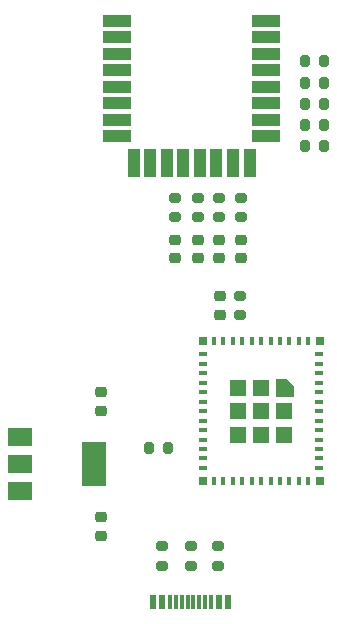
<source format=gbr>
%TF.GenerationSoftware,KiCad,Pcbnew,7.0.7*%
%TF.CreationDate,2023-08-28T22:10:07-07:00*%
%TF.ProjectId,Untitled,556e7469-746c-4656-942e-6b696361645f,rev?*%
%TF.SameCoordinates,Original*%
%TF.FileFunction,Paste,Top*%
%TF.FilePolarity,Positive*%
%FSLAX46Y46*%
G04 Gerber Fmt 4.6, Leading zero omitted, Abs format (unit mm)*
G04 Created by KiCad (PCBNEW 7.0.7) date 2023-08-28 22:10:07*
%MOMM*%
%LPD*%
G01*
G04 APERTURE LIST*
G04 Aperture macros list*
%AMRoundRect*
0 Rectangle with rounded corners*
0 $1 Rounding radius*
0 $2 $3 $4 $5 $6 $7 $8 $9 X,Y pos of 4 corners*
0 Add a 4 corners polygon primitive as box body*
4,1,4,$2,$3,$4,$5,$6,$7,$8,$9,$2,$3,0*
0 Add four circle primitives for the rounded corners*
1,1,$1+$1,$2,$3*
1,1,$1+$1,$4,$5*
1,1,$1+$1,$6,$7*
1,1,$1+$1,$8,$9*
0 Add four rect primitives between the rounded corners*
20,1,$1+$1,$2,$3,$4,$5,0*
20,1,$1+$1,$4,$5,$6,$7,0*
20,1,$1+$1,$6,$7,$8,$9,0*
20,1,$1+$1,$8,$9,$2,$3,0*%
G04 Aperture macros list end*
%ADD10C,0.010000*%
%ADD11RoundRect,0.200000X0.275000X-0.200000X0.275000X0.200000X-0.275000X0.200000X-0.275000X-0.200000X0*%
%ADD12RoundRect,0.200000X-0.275000X0.200000X-0.275000X-0.200000X0.275000X-0.200000X0.275000X0.200000X0*%
%ADD13RoundRect,0.200000X-0.200000X-0.275000X0.200000X-0.275000X0.200000X0.275000X-0.200000X0.275000X0*%
%ADD14RoundRect,0.218750X0.256250X-0.218750X0.256250X0.218750X-0.256250X0.218750X-0.256250X-0.218750X0*%
%ADD15R,2.450000X1.000000*%
%ADD16R,1.000000X2.450000*%
%ADD17RoundRect,0.225000X0.250000X-0.225000X0.250000X0.225000X-0.250000X0.225000X-0.250000X-0.225000X0*%
%ADD18R,2.000000X1.500000*%
%ADD19R,2.000000X3.800000*%
%ADD20RoundRect,0.225000X-0.250000X0.225000X-0.250000X-0.225000X0.250000X-0.225000X0.250000X0.225000X0*%
%ADD21RoundRect,0.200000X0.200000X0.275000X-0.200000X0.275000X-0.200000X-0.275000X0.200000X-0.275000X0*%
%ADD22R,0.600000X1.150000*%
%ADD23R,0.300000X1.150000*%
%ADD24R,0.400000X0.800000*%
%ADD25R,0.800000X0.400000*%
%ADD26R,1.450000X1.450000*%
%ADD27R,0.700000X0.700000*%
G04 APERTURE END LIST*
%TO.C,U1*%
D10*
X168575000Y-113025000D02*
X168575000Y-113875000D01*
X167125000Y-113875000D01*
X167125000Y-112425000D01*
X167975000Y-112425000D01*
X168575000Y-113025000D01*
G36*
X168575000Y-113025000D02*
G01*
X168575000Y-113875000D01*
X167125000Y-113875000D01*
X167125000Y-112425000D01*
X167975000Y-112425000D01*
X168575000Y-113025000D01*
G37*
%TD*%
D11*
%TO.C,R9*%
X164200000Y-98725000D03*
X164200000Y-97075000D03*
%TD*%
D12*
%TO.C,R5*%
X157500000Y-126575000D03*
X157500000Y-128225000D03*
%TD*%
%TO.C,R2*%
X164084000Y-105347000D03*
X164084000Y-106997000D03*
%TD*%
D11*
%TO.C,R6*%
X162200000Y-128225000D03*
X162200000Y-126575000D03*
%TD*%
D13*
%TO.C,R1*%
X169575000Y-92700000D03*
X171225000Y-92700000D03*
%TD*%
D11*
%TO.C,R8*%
X162300000Y-98725000D03*
X162300000Y-97075000D03*
%TD*%
D14*
%TO.C,D1*%
X158600000Y-102187500D03*
X158600000Y-100612500D03*
%TD*%
D15*
%TO.C,U2*%
X153705000Y-82050000D03*
X153705000Y-83450000D03*
X153705000Y-84850000D03*
X153705000Y-86250000D03*
X153705000Y-87650000D03*
X153705000Y-89050000D03*
X153705000Y-90450000D03*
X153705000Y-91850000D03*
D16*
X155100000Y-94145000D03*
X156500000Y-94145000D03*
X157900000Y-94145000D03*
X159300000Y-94145000D03*
X160700000Y-94145000D03*
X162100000Y-94145000D03*
X163500000Y-94145000D03*
X164900000Y-94145000D03*
D15*
X166295000Y-91850000D03*
X166295000Y-90450000D03*
X166295000Y-89050000D03*
X166295000Y-87650000D03*
X166295000Y-86250000D03*
X166295000Y-84850000D03*
X166295000Y-83450000D03*
X166295000Y-82050000D03*
%TD*%
D13*
%TO.C,R11*%
X169575000Y-87300000D03*
X171225000Y-87300000D03*
%TD*%
D17*
%TO.C,C3*%
X152300000Y-115075000D03*
X152300000Y-113525000D03*
%TD*%
D14*
%TO.C,D2*%
X160500000Y-102175000D03*
X160500000Y-100600000D03*
%TD*%
D18*
%TO.C,U4*%
X145450000Y-117300000D03*
X145450000Y-119600000D03*
D19*
X151750000Y-119600000D03*
D18*
X145450000Y-121900000D03*
%TD*%
D20*
%TO.C,C1*%
X162356800Y-105397000D03*
X162356800Y-106947000D03*
%TD*%
D14*
%TO.C,D4*%
X164200000Y-102175000D03*
X164200000Y-100600000D03*
%TD*%
D13*
%TO.C,R12*%
X169575000Y-89100000D03*
X171225000Y-89100000D03*
%TD*%
D14*
%TO.C,D3*%
X162300000Y-102187500D03*
X162300000Y-100612500D03*
%TD*%
D11*
%TO.C,R4*%
X159900000Y-128225000D03*
X159900000Y-126575000D03*
%TD*%
D21*
%TO.C,R14*%
X171225000Y-85500000D03*
X169575000Y-85500000D03*
%TD*%
D11*
%TO.C,R10*%
X158600000Y-98725000D03*
X158600000Y-97075000D03*
%TD*%
D13*
%TO.C,R13*%
X169575000Y-90900000D03*
X171225000Y-90900000D03*
%TD*%
D22*
%TO.C,J1*%
X156700000Y-131310000D03*
X157500000Y-131310000D03*
D23*
X158650000Y-131310000D03*
X159650000Y-131310000D03*
X160150000Y-131310000D03*
X161150000Y-131310000D03*
D22*
X163100000Y-131310000D03*
X162300000Y-131310000D03*
D23*
X161650000Y-131310000D03*
X160650000Y-131310000D03*
X159150000Y-131310000D03*
X158150000Y-131310000D03*
%TD*%
D24*
%TO.C,U1*%
X169875000Y-109225000D03*
X169075000Y-109225000D03*
X168275000Y-109225000D03*
X167475000Y-109225000D03*
X166675000Y-109225000D03*
X165875000Y-109225000D03*
X165075000Y-109225000D03*
X164275000Y-109225000D03*
X163475000Y-109225000D03*
X162675000Y-109225000D03*
X161875000Y-109225000D03*
D25*
X160975000Y-110325000D03*
X160975000Y-111125000D03*
X160975000Y-111925000D03*
X160975000Y-112725000D03*
X160975000Y-113525000D03*
X160975000Y-114325000D03*
X160975000Y-115125000D03*
X160975000Y-115925000D03*
X160975000Y-116725000D03*
X160975000Y-117525000D03*
X160975000Y-118325000D03*
X160975000Y-119125000D03*
X160975000Y-119925000D03*
D24*
X161875000Y-121025000D03*
X162675000Y-121025000D03*
X163475000Y-121025000D03*
X164275000Y-121025000D03*
X165075000Y-121025000D03*
X165875000Y-121025000D03*
X166675000Y-121025000D03*
X167475000Y-121025000D03*
X168275000Y-121025000D03*
X169075000Y-121025000D03*
X169875000Y-121025000D03*
D25*
X170775000Y-119925000D03*
X170775000Y-119125000D03*
X170775000Y-118325000D03*
X170775000Y-117525000D03*
X170775000Y-116725000D03*
X170775000Y-115925000D03*
X170775000Y-115125000D03*
X170775000Y-114325000D03*
X170775000Y-113525000D03*
X170775000Y-112725000D03*
X170775000Y-111925000D03*
X170775000Y-111125000D03*
X170775000Y-110325000D03*
D26*
X167850000Y-115125000D03*
X167850000Y-117100000D03*
X165875000Y-117100000D03*
X163900000Y-117100000D03*
X163900000Y-115125000D03*
X163900000Y-113150000D03*
X165875000Y-113150000D03*
X165875000Y-115125000D03*
D27*
X170825000Y-121075000D03*
X160925000Y-121075000D03*
X160925000Y-109175000D03*
X170825000Y-109175000D03*
%TD*%
D21*
%TO.C,R3*%
X158000200Y-118211600D03*
X156350200Y-118211600D03*
%TD*%
D11*
%TO.C,R7*%
X160500000Y-98725000D03*
X160500000Y-97075000D03*
%TD*%
D20*
%TO.C,C2*%
X152300000Y-124125000D03*
X152300000Y-125675000D03*
%TD*%
M02*

</source>
